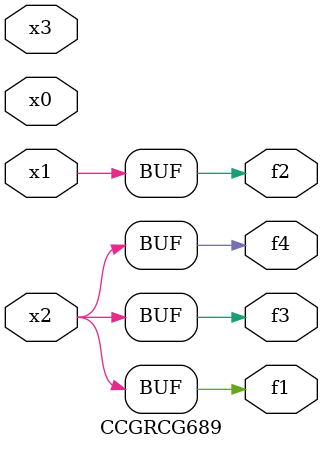
<source format=v>
module CCGRCG689(
	input x0, x1, x2, x3,
	output f1, f2, f3, f4
);
	assign f1 = x2;
	assign f2 = x1;
	assign f3 = x2;
	assign f4 = x2;
endmodule

</source>
